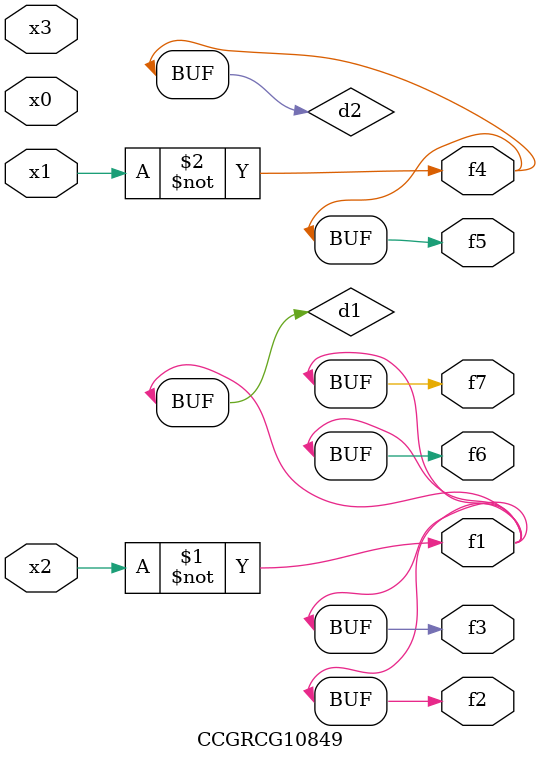
<source format=v>
module CCGRCG10849(
	input x0, x1, x2, x3,
	output f1, f2, f3, f4, f5, f6, f7
);

	wire d1, d2;

	xnor (d1, x2);
	not (d2, x1);
	assign f1 = d1;
	assign f2 = d1;
	assign f3 = d1;
	assign f4 = d2;
	assign f5 = d2;
	assign f6 = d1;
	assign f7 = d1;
endmodule

</source>
